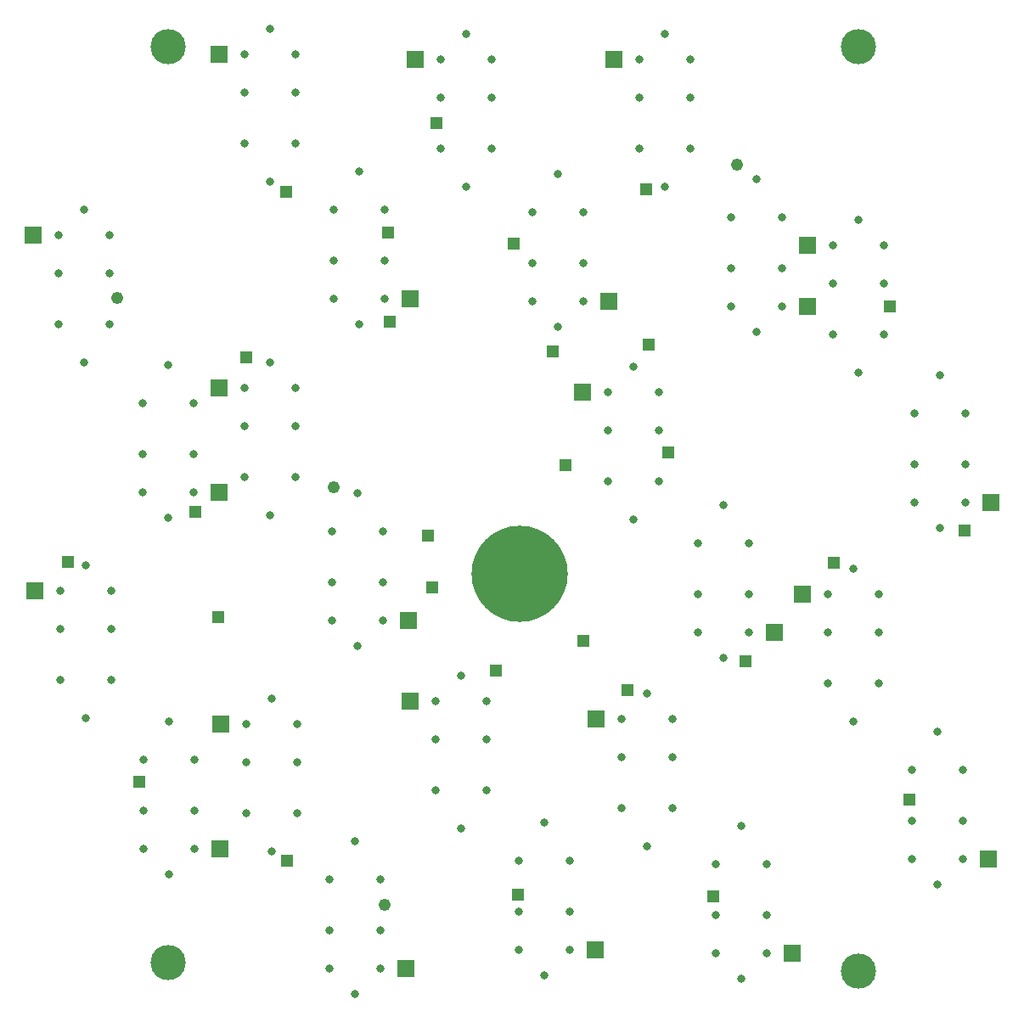
<source format=gbs>
G75*
%MOIN*%
%OFA0B0*%
%FSLAX25Y25*%
%IPPOS*%
%LPD*%
%AMOC8*
5,1,8,0,0,1.08239X$1,22.5*
%
%ADD10C,0.03162*%
%ADD11C,0.13800*%
%ADD12C,0.37808*%
%ADD13R,0.06800X0.06800*%
%ADD14C,0.04800*%
%ADD15R,0.04762X0.04762*%
%ADD16R,0.05156X0.05156*%
D10*
X0062950Y0022071D03*
X0063400Y0056700D03*
X0053400Y0066700D03*
X0053400Y0081700D03*
X0053400Y0101700D03*
X0063400Y0116700D03*
X0073400Y0101700D03*
X0073400Y0081700D03*
X0073400Y0066700D03*
X0093900Y0080800D03*
X0103900Y0065800D03*
X0113900Y0080800D03*
X0113900Y0100800D03*
X0113900Y0115800D03*
X0103900Y0125800D03*
X0093900Y0115800D03*
X0093900Y0100800D03*
X0136500Y0070000D03*
X0126500Y0055000D03*
X0126500Y0035000D03*
X0126500Y0020000D03*
X0136500Y0010000D03*
X0146500Y0020000D03*
X0146500Y0035000D03*
X0146500Y0055000D03*
X0178100Y0075000D03*
X0168100Y0090000D03*
X0168100Y0110000D03*
X0168100Y0125000D03*
X0178100Y0135000D03*
X0188100Y0125000D03*
X0188100Y0110000D03*
X0188100Y0090000D03*
X0210900Y0077300D03*
X0200900Y0062300D03*
X0200900Y0042300D03*
X0200900Y0027300D03*
X0210900Y0017300D03*
X0220900Y0027300D03*
X0220900Y0042300D03*
X0220900Y0062300D03*
X0241100Y0083000D03*
X0251100Y0068000D03*
X0261100Y0083000D03*
X0261100Y0103000D03*
X0261100Y0118000D03*
X0251100Y0128000D03*
X0241100Y0118000D03*
X0241100Y0103000D03*
X0281100Y0142000D03*
X0271100Y0152000D03*
X0271100Y0167000D03*
X0271100Y0187000D03*
X0281100Y0202000D03*
X0291100Y0187000D03*
X0291100Y0167000D03*
X0291100Y0152000D03*
X0322100Y0152000D03*
X0322100Y0167000D03*
X0332100Y0177000D03*
X0342100Y0167000D03*
X0342100Y0152000D03*
X0342100Y0132000D03*
X0332100Y0117000D03*
X0322100Y0132000D03*
X0355100Y0098000D03*
X0365100Y0113000D03*
X0375100Y0098000D03*
X0375100Y0078000D03*
X0375100Y0063000D03*
X0365100Y0053000D03*
X0355100Y0063000D03*
X0355100Y0078000D03*
X0298100Y0060800D03*
X0288100Y0075800D03*
X0278100Y0060800D03*
X0278100Y0040800D03*
X0278100Y0025800D03*
X0288100Y0015800D03*
X0298100Y0025800D03*
X0298100Y0040800D03*
X0334100Y0019000D03*
X0366100Y0193000D03*
X0376100Y0203000D03*
X0376100Y0218000D03*
X0376100Y0238000D03*
X0366100Y0253000D03*
X0356100Y0238000D03*
X0356100Y0218000D03*
X0356100Y0203000D03*
X0334100Y0254000D03*
X0324100Y0269000D03*
X0324100Y0289000D03*
X0324100Y0304000D03*
X0334100Y0314000D03*
X0344100Y0304000D03*
X0344100Y0289000D03*
X0344100Y0269000D03*
X0304100Y0280000D03*
X0294100Y0270000D03*
X0284100Y0280000D03*
X0284100Y0295000D03*
X0284100Y0315000D03*
X0294100Y0330000D03*
X0304100Y0315000D03*
X0304100Y0295000D03*
X0258100Y0327000D03*
X0248100Y0342000D03*
X0248100Y0362000D03*
X0248100Y0377000D03*
X0258100Y0387000D03*
X0268100Y0377000D03*
X0268100Y0362000D03*
X0268100Y0342000D03*
X0226100Y0317000D03*
X0216100Y0332000D03*
X0206100Y0317000D03*
X0206100Y0297000D03*
X0206100Y0282000D03*
X0216100Y0272000D03*
X0226100Y0282000D03*
X0226100Y0297000D03*
X0245800Y0256200D03*
X0235800Y0246200D03*
X0235800Y0231200D03*
X0235800Y0211200D03*
X0245800Y0196200D03*
X0255800Y0211200D03*
X0255800Y0231200D03*
X0255800Y0246200D03*
X0180100Y0327000D03*
X0170100Y0342000D03*
X0170100Y0362000D03*
X0170100Y0377000D03*
X0180100Y0387000D03*
X0190100Y0377000D03*
X0190100Y0362000D03*
X0190100Y0342000D03*
X0148100Y0318000D03*
X0138100Y0333000D03*
X0128100Y0318000D03*
X0128100Y0298000D03*
X0128100Y0283000D03*
X0138100Y0273000D03*
X0148100Y0283000D03*
X0148100Y0298000D03*
X0103100Y0329000D03*
X0093100Y0344000D03*
X0093100Y0364000D03*
X0093100Y0379000D03*
X0103100Y0389000D03*
X0113100Y0379000D03*
X0113100Y0364000D03*
X0113100Y0344000D03*
X0063100Y0382000D03*
X0030100Y0318000D03*
X0020100Y0308000D03*
X0020100Y0293000D03*
X0020100Y0273000D03*
X0030100Y0258000D03*
X0040100Y0273000D03*
X0040100Y0293000D03*
X0040100Y0308000D03*
X0063100Y0257000D03*
X0053100Y0242000D03*
X0053100Y0222000D03*
X0053100Y0207000D03*
X0063100Y0197000D03*
X0073100Y0207000D03*
X0073100Y0222000D03*
X0073100Y0242000D03*
X0093100Y0248000D03*
X0103100Y0258000D03*
X0113100Y0248000D03*
X0113100Y0233000D03*
X0113100Y0213000D03*
X0103100Y0198000D03*
X0093100Y0213000D03*
X0093100Y0233000D03*
X0127500Y0191600D03*
X0137500Y0206600D03*
X0147500Y0191600D03*
X0147500Y0171600D03*
X0147500Y0156600D03*
X0137500Y0146600D03*
X0127500Y0156600D03*
X0127500Y0171600D03*
X0040900Y0168100D03*
X0030900Y0178100D03*
X0020900Y0168100D03*
X0020900Y0153100D03*
X0020900Y0133100D03*
X0030900Y0118100D03*
X0040900Y0133100D03*
X0040900Y0153100D03*
X0334100Y0382000D03*
D11*
X0334100Y0382000D03*
X0063100Y0382000D03*
X0063000Y0022100D03*
X0334100Y0019000D03*
D12*
X0201100Y0174772D03*
D13*
X0157500Y0156600D03*
X0158100Y0125000D03*
X0083900Y0115800D03*
X0083400Y0066700D03*
X0156500Y0020000D03*
X0230900Y0027300D03*
X0308100Y0025800D03*
X0385100Y0063000D03*
X0301100Y0152000D03*
X0312100Y0167000D03*
X0386100Y0203000D03*
X0314100Y0280000D03*
X0314100Y0304000D03*
X0238100Y0377000D03*
X0160100Y0377000D03*
X0083100Y0379000D03*
X0010100Y0308000D03*
X0083100Y0248000D03*
X0083100Y0207000D03*
X0010900Y0168100D03*
X0158100Y0283000D03*
X0225800Y0246200D03*
X0236100Y0282000D03*
X0231100Y0118000D03*
D14*
X0148200Y0044800D03*
X0128176Y0208932D03*
X0043000Y0283200D03*
X0286500Y0335400D03*
D15*
X0250813Y0325887D03*
X0198919Y0304594D03*
X0214100Y0262300D03*
X0251700Y0264800D03*
X0259300Y0222400D03*
X0218969Y0217606D03*
X0226256Y0148500D03*
X0243300Y0129200D03*
X0289938Y0140502D03*
X0324500Y0179300D03*
X0375800Y0192000D03*
X0346400Y0280000D03*
X0191775Y0136862D03*
X0109700Y0062300D03*
X0051900Y0093300D03*
X0082700Y0157900D03*
X0073900Y0199100D03*
X0023900Y0179600D03*
X0093946Y0259762D03*
X0150200Y0274000D03*
X0150200Y0274000D03*
X0149300Y0308800D03*
X0109300Y0325000D03*
X0168300Y0351800D03*
X0354100Y0086100D03*
X0277200Y0048300D03*
X0200300Y0048900D03*
D16*
X0166900Y0169600D03*
X0165200Y0189700D03*
M02*

</source>
